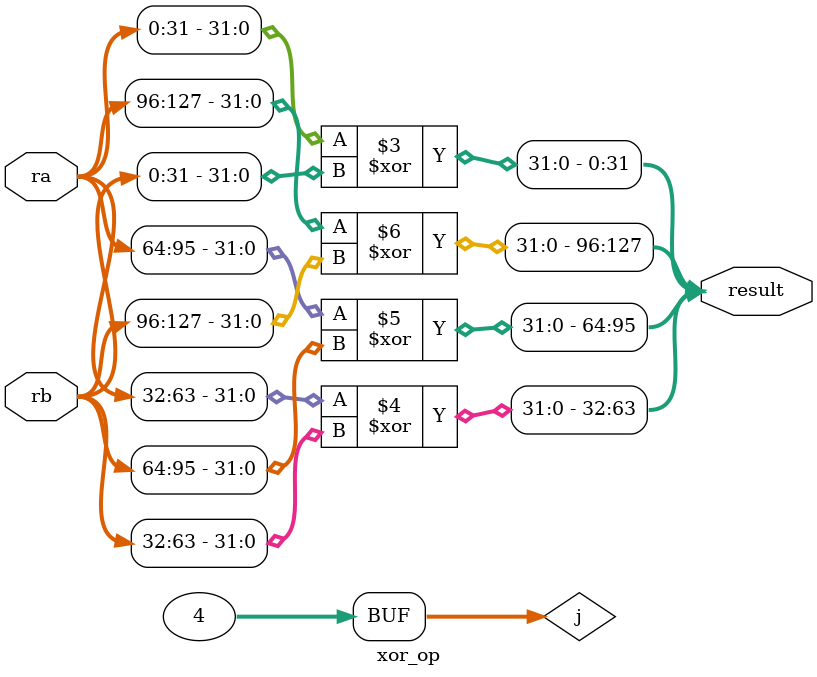
<source format=v>
module xor_op(
  input [0:127] ra,
  input [0:127] rb,

  output [0:127] result
);

integer j;

always @(*) begin
  for (j = 0; j < 4; j = j + 1) begin
    result[j*32 +: 32] = ra[j*32 +: 32] ^ rb[j*32 +: 32];
  end
end

endmodule
</source>
